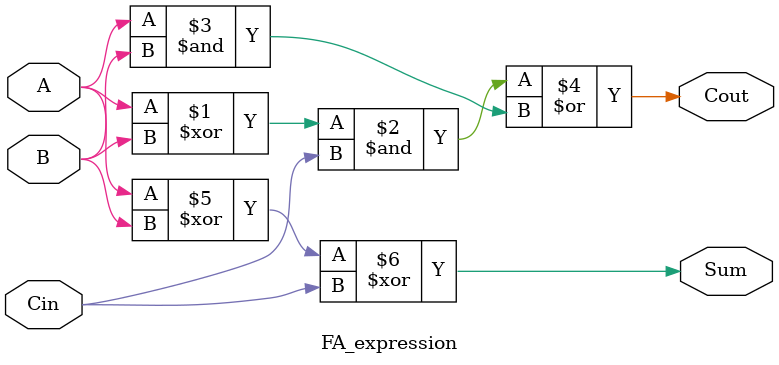
<source format=v>
module FA_expression(input A, input B, input Cin, output Cout, output Sum);
  assign Cout = ((A ^ B)&Cin) | (A & B);
  assign Sum = A ^ B ^ Cin;
endmodule
</source>
